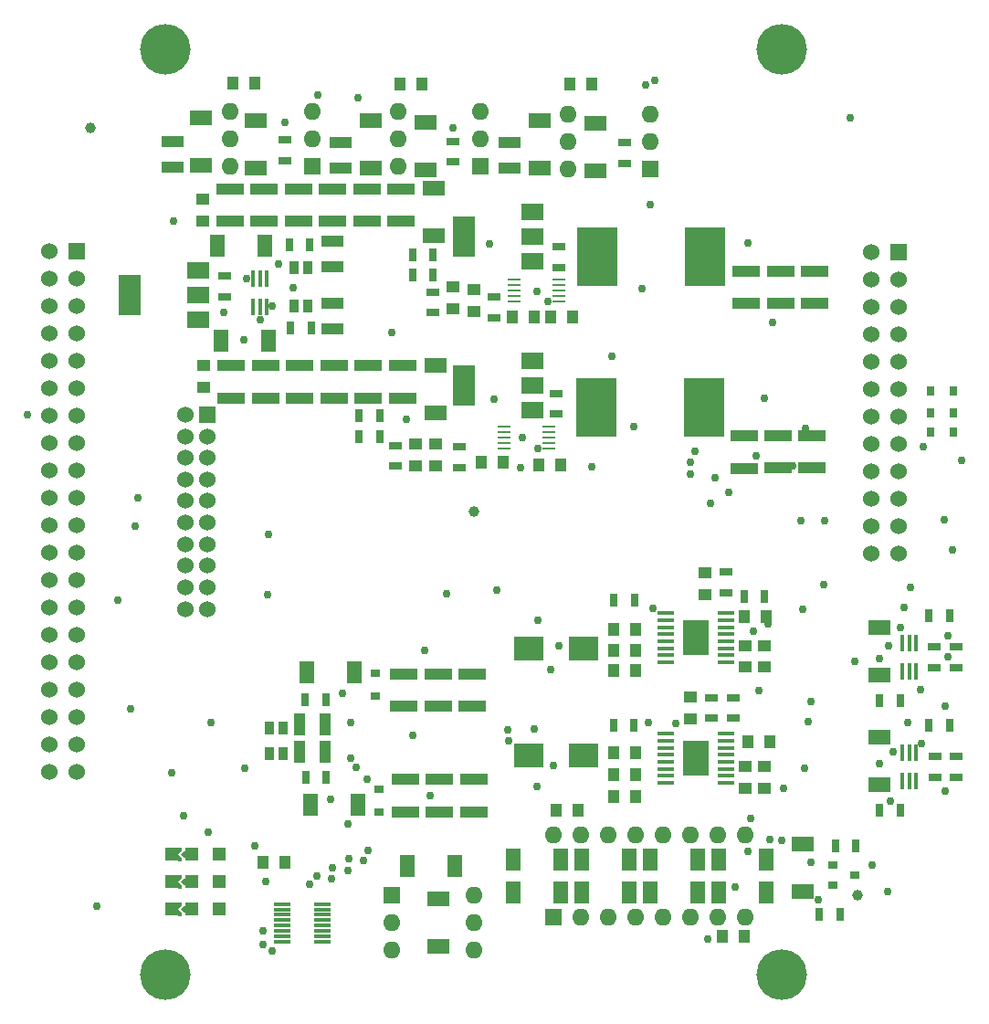
<source format=gbs>
G04 #@! TF.FileFunction,Soldermask,Bot*
%FSLAX46Y46*%
G04 Gerber Fmt 4.6, Leading zero omitted, Abs format (unit mm)*
G04 Created by KiCad (PCBNEW 4.0.6) date 12/07/17 21:07:41*
%MOMM*%
%LPD*%
G01*
G04 APERTURE LIST*
%ADD10C,0.100000*%
%ADD11R,2.000000X3.800000*%
%ADD12R,2.000000X1.500000*%
%ADD13R,1.000000X1.250000*%
%ADD14C,4.699000*%
%ADD15R,1.300000X0.700000*%
%ADD16R,1.524000X1.524000*%
%ADD17C,1.524000*%
%ADD18R,0.317500X0.317500*%
%ADD19R,1.270000X1.270000*%
%ADD20R,0.400000X1.500000*%
%ADD21R,3.850000X5.500000*%
%ADD22R,2.700000X2.200000*%
%ADD23R,1.500000X0.308000*%
%ADD24R,1.500000X0.450000*%
%ADD25R,2.410000X3.290000*%
%ADD26R,1.200000X0.270000*%
%ADD27R,1.600000X1.600000*%
%ADD28O,1.600000X1.600000*%
%ADD29R,2.500000X1.000000*%
%ADD30R,1.250000X1.000000*%
%ADD31R,0.700000X1.300000*%
%ADD32R,1.400000X2.100000*%
%ADD33R,0.900000X0.800000*%
%ADD34R,0.800000X0.900000*%
%ADD35R,2.100000X1.400000*%
%ADD36R,2.030000X1.140000*%
%ADD37R,1.140000X2.030000*%
%ADD38R,0.970000X1.270000*%
%ADD39C,1.000000*%
%ADD40C,0.762000*%
G04 APERTURE END LIST*
D10*
D11*
X95148000Y-81534000D03*
D12*
X101448000Y-81534000D03*
X101448000Y-83834000D03*
X101448000Y-79234000D03*
D11*
X126136000Y-76073000D03*
D12*
X132436000Y-76073000D03*
X132436000Y-78373000D03*
X132436000Y-73773000D03*
D11*
X126136000Y-89916000D03*
D12*
X132436000Y-89916000D03*
X132436000Y-92216000D03*
X132436000Y-87616000D03*
D13*
X130572000Y-83566000D03*
X132572000Y-83566000D03*
D14*
X98425000Y-58737500D03*
X155575000Y-58737500D03*
X98425000Y-144462500D03*
X155575000Y-144462500D03*
D15*
X150418800Y-107203200D03*
X150418800Y-109103200D03*
D16*
X166370000Y-77490000D03*
D17*
X163830000Y-77490000D03*
X166370000Y-80030000D03*
X163830000Y-80030000D03*
X166370000Y-82570000D03*
X163830000Y-82570000D03*
X166370000Y-85110000D03*
X163830000Y-85110000D03*
X166370000Y-87650000D03*
X163830000Y-87650000D03*
X166370000Y-90190000D03*
X163830000Y-90190000D03*
X166370000Y-92730000D03*
X163830000Y-92730000D03*
X166370000Y-95270000D03*
X163830000Y-95270000D03*
X166370000Y-97810000D03*
X163830000Y-97810000D03*
X166370000Y-100350000D03*
X163830000Y-100350000D03*
X166370000Y-102890000D03*
X163830000Y-102890000D03*
X166370000Y-105430000D03*
X163830000Y-105430000D03*
D18*
X99791520Y-132872480D03*
D19*
X98996500Y-133350000D03*
D10*
G36*
X100203000Y-133667451D02*
X99885549Y-133350000D01*
X100203000Y-133032549D01*
X100520451Y-133350000D01*
X100203000Y-133667451D01*
X100203000Y-133667451D01*
G37*
D19*
X103378000Y-133350000D03*
X100838000Y-133350000D03*
D10*
G36*
X99631500Y-133984951D02*
X99314049Y-133667500D01*
X99631500Y-133350049D01*
X99948951Y-133667500D01*
X99631500Y-133984951D01*
X99631500Y-133984951D01*
G37*
G36*
X99631500Y-133349951D02*
X99314049Y-133032500D01*
X99631500Y-132715049D01*
X99948951Y-133032500D01*
X99631500Y-133349951D01*
X99631500Y-133349951D01*
G37*
D18*
X99791520Y-133827520D03*
X99791520Y-135412480D03*
D19*
X98996500Y-135890000D03*
D10*
G36*
X100203000Y-136207451D02*
X99885549Y-135890000D01*
X100203000Y-135572549D01*
X100520451Y-135890000D01*
X100203000Y-136207451D01*
X100203000Y-136207451D01*
G37*
D19*
X103378000Y-135890000D03*
X100838000Y-135890000D03*
D10*
G36*
X99631500Y-136524951D02*
X99314049Y-136207500D01*
X99631500Y-135890049D01*
X99948951Y-136207500D01*
X99631500Y-136524951D01*
X99631500Y-136524951D01*
G37*
G36*
X99631500Y-135889951D02*
X99314049Y-135572500D01*
X99631500Y-135255049D01*
X99948951Y-135572500D01*
X99631500Y-135889951D01*
X99631500Y-135889951D01*
G37*
D18*
X99791520Y-136367520D03*
X99791520Y-137952480D03*
D19*
X98996500Y-138430000D03*
D10*
G36*
X100203000Y-138747451D02*
X99885549Y-138430000D01*
X100203000Y-138112549D01*
X100520451Y-138430000D01*
X100203000Y-138747451D01*
X100203000Y-138747451D01*
G37*
D19*
X103378000Y-138430000D03*
X100838000Y-138430000D03*
D10*
G36*
X99631500Y-139064951D02*
X99314049Y-138747500D01*
X99631500Y-138430049D01*
X99948951Y-138747500D01*
X99631500Y-139064951D01*
X99631500Y-139064951D01*
G37*
G36*
X99631500Y-138429951D02*
X99314049Y-138112500D01*
X99631500Y-137795049D01*
X99948951Y-138112500D01*
X99631500Y-138429951D01*
X99631500Y-138429951D01*
G37*
D18*
X99791520Y-138907520D03*
D20*
X168036000Y-126552000D03*
X167386000Y-126552000D03*
X166736000Y-126552000D03*
X166736000Y-123892000D03*
X167386000Y-123892000D03*
X168036000Y-123892000D03*
X168036000Y-116392000D03*
X167386000Y-116392000D03*
X166736000Y-116392000D03*
X166736000Y-113732000D03*
X167386000Y-113732000D03*
X168036000Y-113732000D03*
D21*
X148383000Y-91948000D03*
X138383000Y-91948000D03*
X148446500Y-77978000D03*
X138446500Y-77978000D03*
D22*
X137170000Y-114300000D03*
X132070000Y-114300000D03*
X137170000Y-124206000D03*
X132070000Y-124206000D03*
D23*
X112980000Y-137950000D03*
X112980000Y-138450000D03*
X112980000Y-138950000D03*
X112980000Y-139450000D03*
X112980000Y-139950000D03*
X112980000Y-140450000D03*
X112980000Y-140950000D03*
X112980000Y-141450000D03*
X109270000Y-141450000D03*
X109270000Y-140950000D03*
X109270000Y-140450000D03*
X109270000Y-139950000D03*
X109270000Y-139450000D03*
X109270000Y-138950000D03*
X109270000Y-138450000D03*
X109270000Y-137950000D03*
D24*
X144774920Y-124785120D03*
X144774920Y-124134880D03*
X144774920Y-123484640D03*
X144774920Y-122834400D03*
X150368000Y-126725680D03*
X144774920Y-126735840D03*
X144774920Y-126085600D03*
X144774920Y-125435360D03*
X150373080Y-122184160D03*
X150373080Y-122834400D03*
X150373080Y-123484640D03*
X150373080Y-124134880D03*
X150373080Y-124785120D03*
X150373080Y-125435360D03*
X144774920Y-122184160D03*
X150368000Y-126085600D03*
D25*
X147574000Y-124460000D03*
D24*
X144774920Y-113609120D03*
X144774920Y-112958880D03*
X144774920Y-112308640D03*
X144774920Y-111658400D03*
X150368000Y-115549680D03*
X144774920Y-115559840D03*
X144774920Y-114909600D03*
X144774920Y-114259360D03*
X150373080Y-111008160D03*
X150373080Y-111658400D03*
X150373080Y-112308640D03*
X150373080Y-112958880D03*
X150373080Y-113609120D03*
X150373080Y-114259360D03*
X144774920Y-111008160D03*
X150368000Y-114909600D03*
D25*
X147574000Y-113284000D03*
D26*
X129839500Y-93742000D03*
X129839500Y-94242000D03*
X129839500Y-94742000D03*
X129839500Y-95242000D03*
X129839500Y-95742000D03*
X133989500Y-93742000D03*
X133989500Y-94242000D03*
X133989500Y-94742000D03*
X133989500Y-95242000D03*
X133989500Y-95742000D03*
X130792000Y-80089500D03*
X130792000Y-80589500D03*
X130792000Y-81089500D03*
X130792000Y-81589500D03*
X130792000Y-82089500D03*
X134942000Y-80089500D03*
X134942000Y-80589500D03*
X134942000Y-81089500D03*
X134942000Y-81589500D03*
X134942000Y-82089500D03*
D27*
X134366000Y-139192000D03*
D28*
X152146000Y-131572000D03*
X136906000Y-139192000D03*
X149606000Y-131572000D03*
X139446000Y-139192000D03*
X147066000Y-131572000D03*
X141986000Y-139192000D03*
X144526000Y-131572000D03*
X144526000Y-139192000D03*
X141986000Y-131572000D03*
X147066000Y-139192000D03*
X139446000Y-131572000D03*
X149606000Y-139192000D03*
X136906000Y-131572000D03*
X152146000Y-139192000D03*
X134366000Y-131572000D03*
D27*
X119380000Y-137160000D03*
D28*
X127000000Y-142240000D03*
X119380000Y-139700000D03*
X127000000Y-139700000D03*
X119380000Y-142240000D03*
X127000000Y-137160000D03*
D29*
X126873000Y-116610000D03*
X126873000Y-119610000D03*
X123698000Y-116610000D03*
X123698000Y-119610000D03*
X120523000Y-116610000D03*
X120523000Y-119610000D03*
X120650000Y-129389000D03*
X120650000Y-126389000D03*
X123825000Y-129389000D03*
X123825000Y-126389000D03*
X127000000Y-129389000D03*
X127000000Y-126389000D03*
X104521000Y-88035000D03*
X104521000Y-91035000D03*
X110871000Y-88035000D03*
X110871000Y-91035000D03*
X117221000Y-88035000D03*
X117221000Y-91035000D03*
X107696000Y-88035000D03*
X107696000Y-91035000D03*
X114046000Y-88035000D03*
X114046000Y-91035000D03*
X120396000Y-88035000D03*
X120396000Y-91035000D03*
X152082500Y-94575500D03*
X152082500Y-97575500D03*
X155257500Y-94512000D03*
X155257500Y-97512000D03*
X158369000Y-94512000D03*
X158369000Y-97512000D03*
X104394000Y-74652000D03*
X104394000Y-71652000D03*
X110744000Y-74652000D03*
X110744000Y-71652000D03*
X117094000Y-74652000D03*
X117094000Y-71652000D03*
X107569000Y-74652000D03*
X107569000Y-71652000D03*
X113919000Y-74652000D03*
X113919000Y-71652000D03*
X120269000Y-74652000D03*
X120269000Y-71652000D03*
X152273000Y-79272000D03*
X152273000Y-82272000D03*
X155448000Y-79272000D03*
X155448000Y-82272000D03*
X158623000Y-79272000D03*
X158623000Y-82272000D03*
D27*
X112014000Y-69596000D03*
D28*
X104394000Y-64516000D03*
X112014000Y-67056000D03*
X104394000Y-67056000D03*
X112014000Y-64516000D03*
X104394000Y-69596000D03*
D27*
X127635000Y-69596000D03*
D28*
X120015000Y-64516000D03*
X127635000Y-67056000D03*
X120015000Y-67056000D03*
X127635000Y-64516000D03*
X120015000Y-69596000D03*
D27*
X143383000Y-69850000D03*
D28*
X135763000Y-64770000D03*
X143383000Y-67310000D03*
X135763000Y-67310000D03*
X143383000Y-64770000D03*
X135763000Y-69850000D03*
D13*
X107458000Y-134112000D03*
X109458000Y-134112000D03*
X136128000Y-83566000D03*
X134128000Y-83566000D03*
D30*
X101854000Y-74660000D03*
X101854000Y-72660000D03*
X127000000Y-80991200D03*
X127000000Y-82991200D03*
X125120400Y-82788000D03*
X125120400Y-80788000D03*
D13*
X135048500Y-97218500D03*
X133048500Y-97218500D03*
D30*
X101981000Y-88027000D03*
X101981000Y-90027000D03*
D13*
X129714500Y-97028000D03*
X127714500Y-97028000D03*
D30*
X123444000Y-95329500D03*
X123444000Y-97329500D03*
X121602500Y-97329500D03*
X121602500Y-95329500D03*
X152146000Y-125238000D03*
X152146000Y-127238000D03*
X153924000Y-125238000D03*
X153924000Y-127238000D03*
D13*
X139970000Y-128016000D03*
X141970000Y-128016000D03*
D30*
X147129500Y-120761000D03*
X147129500Y-118761000D03*
D13*
X152416000Y-122936000D03*
X154416000Y-122936000D03*
X141970000Y-125984000D03*
X139970000Y-125984000D03*
X141970000Y-123952000D03*
X139970000Y-123952000D03*
D30*
X152146000Y-113998500D03*
X152146000Y-115998500D03*
X153987500Y-113998500D03*
X153987500Y-115998500D03*
D13*
X139970000Y-116332000D03*
X141970000Y-116332000D03*
D30*
X148488400Y-107254800D03*
X148488400Y-109254800D03*
D13*
X152098500Y-111315500D03*
X154098500Y-111315500D03*
X141970000Y-114427000D03*
X139970000Y-114427000D03*
X141970000Y-112522000D03*
X139970000Y-112522000D03*
X136636000Y-129286000D03*
X134636000Y-129286000D03*
X152091900Y-140944600D03*
X150091900Y-140944600D03*
X106664000Y-61849000D03*
X104664000Y-61849000D03*
X122158000Y-61976000D03*
X120158000Y-61976000D03*
X137906000Y-61976000D03*
X135906000Y-61976000D03*
D15*
X134874000Y-77028000D03*
X134874000Y-78928000D03*
D31*
X121325600Y-77749400D03*
X123225600Y-77749400D03*
D15*
X128930400Y-81701600D03*
X128930400Y-83601600D03*
X123215400Y-81219000D03*
X123215400Y-83119000D03*
D31*
X123238300Y-79667100D03*
X121338300Y-79667100D03*
D15*
X134620000Y-90617000D03*
X134620000Y-92517000D03*
D31*
X116398000Y-92710000D03*
X118298000Y-92710000D03*
D15*
X125666500Y-95570000D03*
X125666500Y-97470000D03*
X119722900Y-95468400D03*
X119722900Y-97368400D03*
D31*
X118285300Y-94665800D03*
X116385300Y-94665800D03*
X109921000Y-76835000D03*
X111821000Y-76835000D03*
X110048000Y-84582000D03*
X111948000Y-84582000D03*
D15*
X149034500Y-120711000D03*
X149034500Y-118811000D03*
X151066500Y-120711000D03*
X151066500Y-118811000D03*
D31*
X141856500Y-121348500D03*
X139956500Y-121348500D03*
X152085000Y-109474000D03*
X153985000Y-109474000D03*
X141920000Y-109829600D03*
X140020000Y-109829600D03*
X111445000Y-126174500D03*
X113345000Y-126174500D03*
X111381500Y-118999000D03*
X113281500Y-118999000D03*
D15*
X109474000Y-69022000D03*
X109474000Y-67122000D03*
X125095000Y-69149000D03*
X125095000Y-67249000D03*
X140970000Y-69276000D03*
X140970000Y-67376000D03*
X169799000Y-124272000D03*
X169799000Y-126172000D03*
X171704000Y-126172000D03*
X171704000Y-124272000D03*
X169672000Y-114112000D03*
X169672000Y-116012000D03*
X171704000Y-116012000D03*
X171704000Y-114112000D03*
D31*
X169230000Y-121412000D03*
X171130000Y-121412000D03*
X169230000Y-111252000D03*
X171130000Y-111252000D03*
X166558000Y-129286000D03*
X164658000Y-129286000D03*
X166558000Y-119126000D03*
X164658000Y-119126000D03*
X160970000Y-138938000D03*
X159070000Y-138938000D03*
X160543200Y-132588000D03*
X162443200Y-132588000D03*
D32*
X111909500Y-128778000D03*
X116309500Y-128778000D03*
X111528500Y-116459000D03*
X115928500Y-116459000D03*
D33*
X118237000Y-127347000D03*
X118237000Y-129447000D03*
X117919500Y-116552000D03*
X117919500Y-118652000D03*
D34*
X169384000Y-92456000D03*
X171484000Y-92456000D03*
X169384000Y-90424000D03*
X171484000Y-90424000D03*
X169384000Y-94234000D03*
X171484000Y-94234000D03*
D35*
X123317000Y-76025100D03*
X123317000Y-71625100D03*
X123474480Y-88018260D03*
X123474480Y-92418260D03*
D32*
X107610000Y-76962000D03*
X103210000Y-76962000D03*
X107991000Y-85725000D03*
X103591000Y-85725000D03*
X120863000Y-134429500D03*
X125263000Y-134429500D03*
D35*
X123698000Y-137500000D03*
X123698000Y-141900000D03*
D32*
X154092000Y-136906000D03*
X149692000Y-136906000D03*
X130642000Y-136906000D03*
X135042000Y-136906000D03*
X130642000Y-133858000D03*
X135042000Y-133858000D03*
X154092000Y-133858000D03*
X149692000Y-133858000D03*
X147742000Y-136906000D03*
X143342000Y-136906000D03*
X136992000Y-136906000D03*
X141392000Y-136906000D03*
X136992000Y-133858000D03*
X141392000Y-133858000D03*
X147742000Y-133858000D03*
X143342000Y-133858000D03*
D35*
X101727000Y-65110000D03*
X101727000Y-69510000D03*
X106807000Y-69764000D03*
X106807000Y-65364000D03*
X117475000Y-65364000D03*
X117475000Y-69764000D03*
X122555000Y-69891000D03*
X122555000Y-65491000D03*
X133096000Y-65364000D03*
X133096000Y-69764000D03*
X138303000Y-70018000D03*
X138303000Y-65618000D03*
X164592000Y-126914000D03*
X164592000Y-122514000D03*
X164592000Y-116754000D03*
X164592000Y-112354000D03*
X157480000Y-132420000D03*
X157480000Y-136820000D03*
D36*
X113919000Y-78924000D03*
X113919000Y-76524000D03*
X113919000Y-82239000D03*
X113919000Y-84639000D03*
D37*
X110814000Y-123825000D03*
X113214000Y-123825000D03*
X110814000Y-121285000D03*
X113214000Y-121285000D03*
D36*
X99060000Y-69653000D03*
X99060000Y-67253000D03*
X114681000Y-69780000D03*
X114681000Y-67380000D03*
X130302000Y-69780000D03*
X130302000Y-67380000D03*
D20*
X107838000Y-82610000D03*
X107188000Y-82610000D03*
X106538000Y-82610000D03*
X106538000Y-79950000D03*
X107188000Y-79950000D03*
X107838000Y-79950000D03*
D33*
X160290000Y-136200000D03*
X160290000Y-134300000D03*
X162290000Y-135250000D03*
D15*
X103875840Y-81661040D03*
X103875840Y-79761040D03*
D16*
X102263450Y-92600000D03*
D17*
X100263450Y-92600000D03*
X102263450Y-94600000D03*
X100263450Y-94600000D03*
X102263450Y-96600000D03*
X100263450Y-96600000D03*
X102263450Y-98600000D03*
X100263450Y-98600000D03*
X102263450Y-100600000D03*
X100263450Y-100600000D03*
X102263450Y-102600000D03*
X100263450Y-102600000D03*
X102263450Y-104600000D03*
X100263450Y-104600000D03*
X102263450Y-106600000D03*
X100263450Y-106600000D03*
X102263450Y-108600000D03*
X100263450Y-108600000D03*
X102263450Y-110600000D03*
X100263450Y-110600000D03*
D16*
X90170000Y-77470000D03*
D17*
X87630000Y-77470000D03*
X90170000Y-80010000D03*
X87630000Y-80010000D03*
X90170000Y-82550000D03*
X87630000Y-82550000D03*
X90170000Y-85090000D03*
X87630000Y-85090000D03*
X90170000Y-87630000D03*
X87630000Y-87630000D03*
X90170000Y-90170000D03*
X87630000Y-90170000D03*
X90170000Y-92710000D03*
X87630000Y-92710000D03*
X90170000Y-95250000D03*
X87630000Y-95250000D03*
X90170000Y-97790000D03*
X87630000Y-97790000D03*
X90170000Y-100330000D03*
X87630000Y-100330000D03*
X90170000Y-102870000D03*
X87630000Y-102870000D03*
X90170000Y-105410000D03*
X87630000Y-105410000D03*
X90170000Y-107950000D03*
X87630000Y-107950000D03*
X90170000Y-110490000D03*
X87630000Y-110490000D03*
X90170000Y-113030000D03*
X87630000Y-113030000D03*
X90170000Y-115570000D03*
X87630000Y-115570000D03*
X90170000Y-118110000D03*
X87630000Y-118110000D03*
X90170000Y-120650000D03*
X87630000Y-120650000D03*
X90170000Y-123190000D03*
X87630000Y-123190000D03*
X90170000Y-125730000D03*
X87630000Y-125730000D03*
D38*
X110358000Y-82550000D03*
X111638000Y-82550000D03*
X111638000Y-78994000D03*
X110358000Y-78994000D03*
X109301200Y-124053600D03*
X108021200Y-124053600D03*
X109301200Y-121666000D03*
X108021200Y-121666000D03*
D39*
X162560000Y-137160000D03*
X127000000Y-101600000D03*
X91440000Y-66040000D03*
D40*
X115582710Y-121107200D03*
X113703100Y-128270000D03*
X132581534Y-121765326D03*
X145707100Y-121196100D03*
X148729700Y-141224000D03*
X119380000Y-84963000D03*
X128917700Y-91173300D03*
X102616000Y-121094510D03*
X105813860Y-125407420D03*
X85648800Y-92608400D03*
X120802400Y-93019880D03*
X120396000Y-91035000D03*
X128473200Y-76809600D03*
X172212000Y-96799400D03*
X121384060Y-122323860D03*
X105648760Y-85618320D03*
X108331000Y-82550000D03*
X131495800Y-94742000D03*
X149402800Y-98425000D03*
X129179460Y-108859460D03*
X95656400Y-102971600D03*
X93980000Y-109829600D03*
X139801600Y-87172800D03*
X142646400Y-80924400D03*
X143408400Y-73152000D03*
X141833600Y-93726000D03*
X137922000Y-97409000D03*
X131318000Y-97536000D03*
X124460000Y-109220000D03*
X132993529Y-111644829D03*
X134859922Y-114031922D03*
X107569000Y-71652000D03*
X114046000Y-91035000D03*
X156616400Y-97345449D03*
X107886500Y-109283500D03*
X107950000Y-103695500D03*
X117094000Y-126365000D03*
X134859922Y-114031922D03*
X134620000Y-90617000D03*
X134874000Y-77028000D03*
X108331000Y-82550000D03*
X105918000Y-80010000D03*
X159486600Y-108331000D03*
X92075000Y-138112500D03*
X161925000Y-65087500D03*
X152654000Y-130048000D03*
X154432000Y-131953000D03*
X152400000Y-133096000D03*
X98996500Y-125793500D03*
X100076000Y-129794000D03*
X132842000Y-127050800D03*
X134366000Y-125095000D03*
X139970000Y-112522000D03*
X134175500Y-116205000D03*
X116268500Y-63182500D03*
X112585500Y-62992000D03*
X152273000Y-82272000D03*
X122999500Y-127889000D03*
X147726400Y-123647200D03*
X155768000Y-127254000D03*
X108356400Y-142290800D03*
X98996500Y-138430000D03*
X128930400Y-83601600D03*
X123444000Y-97329500D03*
X147574000Y-113284000D03*
X154279600Y-111963200D03*
X140020000Y-109829600D03*
X139956500Y-121348500D03*
X139970000Y-123952000D03*
X158051500Y-121031000D03*
X153987500Y-91059000D03*
X132842000Y-81153000D03*
X153985000Y-109474000D03*
X158242000Y-134112000D03*
X107696000Y-135890000D03*
X165862000Y-123825000D03*
X168402000Y-118110000D03*
X165481000Y-114046000D03*
X152400000Y-76708000D03*
X166878000Y-110490000D03*
X99187000Y-74663300D03*
X113792000Y-135636000D03*
X95902780Y-100324920D03*
X113944400Y-134569200D03*
X120863000Y-134429500D03*
X163982400Y-134366000D03*
X170738800Y-127472400D03*
X170688000Y-119634000D03*
X99060000Y-69653000D03*
X114681000Y-69780000D03*
X130302000Y-69780000D03*
X122466098Y-114477800D03*
X95199200Y-119888000D03*
X106680000Y-132588000D03*
X102362000Y-131318000D03*
X155575000Y-132080000D03*
X164592000Y-115189000D03*
X164592000Y-124968000D03*
X143764000Y-61579803D03*
X109524800Y-65481200D03*
X142944185Y-62064760D03*
X125120400Y-65989200D03*
X165379400Y-136812020D03*
X162356800Y-115468400D03*
X147511796Y-95970762D03*
X147081250Y-98126035D03*
X147081250Y-96982151D03*
X148971000Y-100838010D03*
X150606760Y-99771200D03*
X157353000Y-102425500D03*
X159562798Y-102387400D03*
X111760000Y-136144000D03*
X157668000Y-125349000D03*
X157795000Y-79248000D03*
X157795000Y-93853000D03*
X157541000Y-110617000D03*
X158267400Y-119151400D03*
X171366198Y-105102976D03*
X167538400Y-108585000D03*
X170667688Y-102364540D03*
X112470682Y-135382518D03*
X107454000Y-140450000D03*
X107442000Y-141732000D03*
X115303290Y-130505200D03*
X116789200Y-133959600D03*
X114833400Y-118389400D03*
X115366800Y-134874000D03*
X116137223Y-125323357D03*
X130217259Y-122834196D03*
X143205200Y-121107200D03*
X117195600Y-132994400D03*
X115608100Y-124472700D03*
X130174998Y-121843800D03*
X143662400Y-110553543D03*
X115468400Y-133756400D03*
X132436000Y-73773000D03*
X132368000Y-78359000D03*
X153416000Y-118173500D03*
X152971500Y-112649000D03*
X151257000Y-136398000D03*
X166538000Y-112354000D03*
X168706821Y-95567500D03*
X167259000Y-121158000D03*
X165608000Y-128397000D03*
X168529000Y-123063000D03*
X170939450Y-115077788D03*
X170939450Y-113101102D03*
X110302040Y-80812640D03*
X103840280Y-83103720D03*
X133878897Y-82080629D03*
X108932906Y-78646280D03*
X154749500Y-84074000D03*
X153172160Y-96403160D03*
X107230395Y-83778509D03*
X132956300Y-95770700D03*
X132436000Y-87616000D03*
X132436000Y-92216000D03*
X158940500Y-137546090D03*
M02*

</source>
